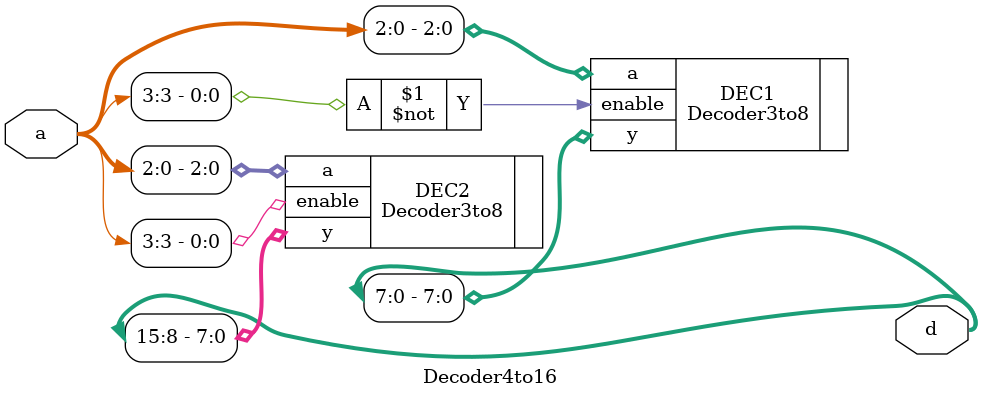
<source format=v>
module Decoder4to16(
		input [3:0] a ,
		output [15:0] d
	);


	//Instantiate
	Decoder3to8 DEC1(
		.a(a[2:0]),
		.enable(~a[3]),
		.y(d[7:0])
	);


	Decoder3to8 DEC2(
		.a(a[2:0]),
		.enable(a[3]),
		.y(d[15:8])
	);

endmodule
</source>
